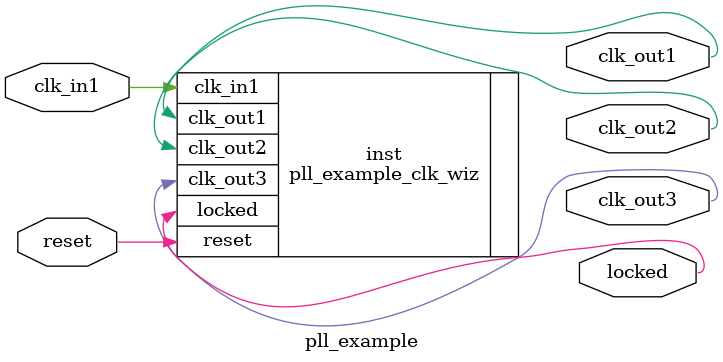
<source format=v>


`timescale 1ps/1ps

(* CORE_GENERATION_INFO = "pll_example,clk_wiz_v6_0_4_0_0,{component_name=pll_example,use_phase_alignment=true,use_min_o_jitter=false,use_max_i_jitter=false,use_dyn_phase_shift=false,use_inclk_switchover=false,use_dyn_reconfig=false,enable_axi=0,feedback_source=FDBK_AUTO,PRIMITIVE=MMCM,num_out_clk=3,clkin1_period=20.000,clkin2_period=10.0,use_power_down=false,use_reset=true,use_locked=true,use_inclk_stopped=false,feedback_type=SINGLE,CLOCK_MGR_TYPE=NA,manual_override=false}" *)

module pll_example 
 (
  // Clock out ports
  output        clk_out1,
  output        clk_out2,
  output        clk_out3,
  // Status and control signals
  input         reset,
  output        locked,
 // Clock in ports
  input         clk_in1
 );

  pll_example_clk_wiz inst
  (
  // Clock out ports  
  .clk_out1(clk_out1),
  .clk_out2(clk_out2),
  .clk_out3(clk_out3),
  // Status and control signals               
  .reset(reset), 
  .locked(locked),
 // Clock in ports
  .clk_in1(clk_in1)
  );

endmodule

</source>
